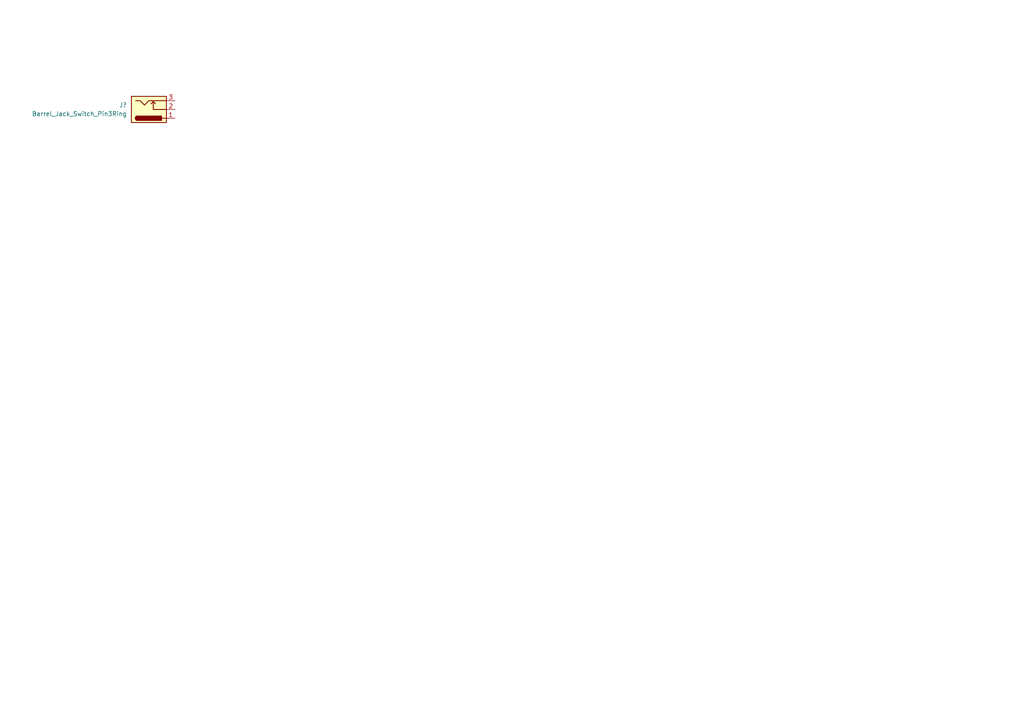
<source format=kicad_sch>
(kicad_sch (version 20211123) (generator eeschema)

  (uuid fd158863-29f6-4c5e-9c76-c523a225d2fe)

  (paper "A4")

  (lib_symbols
    (symbol "Connector:Barrel_Jack_Switch_Pin3Ring" (pin_names hide) (in_bom yes) (on_board yes)
      (property "Reference" "J" (id 0) (at 0 5.334 0)
        (effects (font (size 1.27 1.27)))
      )
      (property "Value" "Barrel_Jack_Switch_Pin3Ring" (id 1) (at 0 -5.08 0)
        (effects (font (size 1.27 1.27)))
      )
      (property "Footprint" "" (id 2) (at 1.27 -1.016 0)
        (effects (font (size 1.27 1.27)) hide)
      )
      (property "Datasheet" "~" (id 3) (at 1.27 -1.016 0)
        (effects (font (size 1.27 1.27)) hide)
      )
      (property "ki_keywords" "DC power barrel jack connector" (id 4) (at 0 0 0)
        (effects (font (size 1.27 1.27)) hide)
      )
      (property "ki_description" "DC Barrel Jack with an internal switch" (id 5) (at 0 0 0)
        (effects (font (size 1.27 1.27)) hide)
      )
      (property "ki_fp_filters" "BarrelJack*" (id 6) (at 0 0 0)
        (effects (font (size 1.27 1.27)) hide)
      )
      (symbol "Barrel_Jack_Switch_Pin3Ring_0_1"
        (rectangle (start -5.08 3.81) (end 5.08 -3.81)
          (stroke (width 0.254) (type default) (color 0 0 0 0))
          (fill (type background))
        )
        (arc (start -3.302 3.175) (mid -3.937 2.54) (end -3.302 1.905)
          (stroke (width 0.254) (type default) (color 0 0 0 0))
          (fill (type none))
        )
        (arc (start -3.302 3.175) (mid -3.937 2.54) (end -3.302 1.905)
          (stroke (width 0.254) (type default) (color 0 0 0 0))
          (fill (type outline))
        )
        (polyline
          (pts
            (xy 1.27 -2.286)
            (xy 1.905 -1.651)
          )
          (stroke (width 0.254) (type default) (color 0 0 0 0))
          (fill (type none))
        )
        (polyline
          (pts
            (xy 5.08 2.54)
            (xy 3.81 2.54)
          )
          (stroke (width 0.254) (type default) (color 0 0 0 0))
          (fill (type none))
        )
        (polyline
          (pts
            (xy 5.08 0)
            (xy 1.27 0)
            (xy 1.27 -2.286)
            (xy 0.635 -1.651)
          )
          (stroke (width 0.254) (type default) (color 0 0 0 0))
          (fill (type none))
        )
        (polyline
          (pts
            (xy -3.81 -2.54)
            (xy -2.54 -2.54)
            (xy -1.27 -1.27)
            (xy 0 -2.54)
            (xy 2.54 -2.54)
            (xy 5.08 -2.54)
          )
          (stroke (width 0.254) (type default) (color 0 0 0 0))
          (fill (type none))
        )
        (rectangle (start 3.683 3.175) (end -3.302 1.905)
          (stroke (width 0.254) (type default) (color 0 0 0 0))
          (fill (type outline))
        )
      )
      (symbol "Barrel_Jack_Switch_Pin3Ring_1_1"
        (pin passive line (at 7.62 2.54 180) (length 2.54)
          (name "~" (effects (font (size 1.27 1.27))))
          (number "1" (effects (font (size 1.27 1.27))))
        )
        (pin passive line (at 7.62 0 180) (length 2.54)
          (name "~" (effects (font (size 1.27 1.27))))
          (number "2" (effects (font (size 1.27 1.27))))
        )
        (pin passive line (at 7.62 -2.54 180) (length 2.54)
          (name "~" (effects (font (size 1.27 1.27))))
          (number "3" (effects (font (size 1.27 1.27))))
        )
      )
    )
  )


  (symbol (lib_id "Connector:Barrel_Jack_Switch_Pin3Ring") (at 43.18 31.75 0) (mirror x) (unit 1)
    (in_bom yes) (on_board yes)
    (uuid 66b3d8b4-04de-4e3b-bd11-8241d3acea6c)
    (property "Reference" "J?" (id 0) (at 36.83 30.4799 0)
      (effects (font (size 1.27 1.27)) (justify right))
    )
    (property "Value" "Barrel_Jack_Switch_Pin3Ring" (id 1) (at 36.83 33.02 0)
      (effects (font (size 1.27 1.27)) (justify right))
    )
    (property "Footprint" "" (id 2) (at 44.45 30.734 0)
      (effects (font (size 1.27 1.27)) hide)
    )
    (property "Datasheet" "~" (id 3) (at 44.45 30.734 0)
      (effects (font (size 1.27 1.27)) hide)
    )
    (pin "1" (uuid 6516fae4-b12e-4e91-96ba-0b88e3348435))
    (pin "2" (uuid 24d82a1f-7cb4-426a-8a44-7da751a62456))
    (pin "3" (uuid 78c31ccc-cb5e-4df9-9295-0df91b329548))
  )
)

</source>
